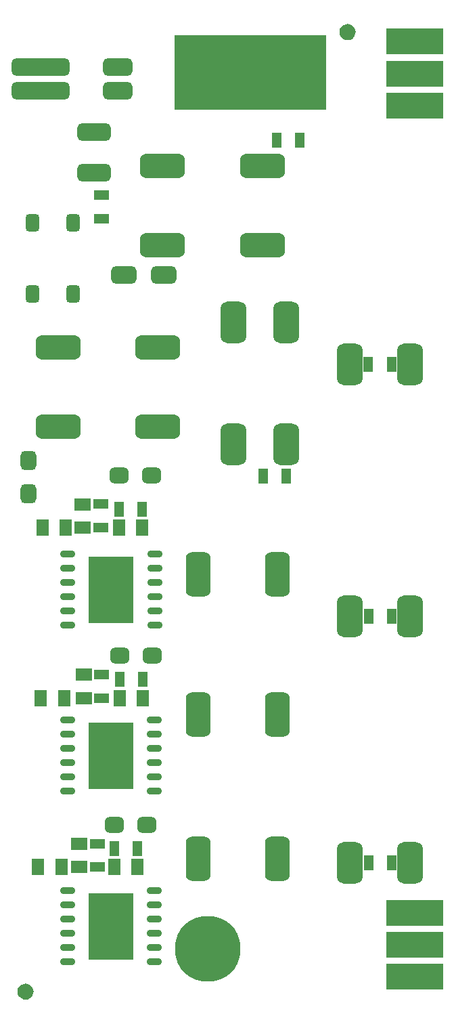
<source format=gts>
G04 Layer_Color=8388736*
%FSLAX24Y24*%
%MOIN*%
G70*
G01*
G75*
%ADD41R,0.7490X0.3671*%
G04:AMPARAMS|DCode=42|XSize=88mil|YSize=68mil|CornerRadius=19mil|HoleSize=0mil|Usage=FLASHONLY|Rotation=90.000|XOffset=0mil|YOffset=0mil|HoleType=Round|Shape=RoundedRectangle|*
%AMROUNDEDRECTD42*
21,1,0.0880,0.0300,0,0,90.0*
21,1,0.0500,0.0680,0,0,90.0*
1,1,0.0380,0.0150,0.0250*
1,1,0.0380,0.0150,-0.0250*
1,1,0.0380,-0.0150,-0.0250*
1,1,0.0380,-0.0150,0.0250*
%
%ADD42ROUNDEDRECTD42*%
%ADD43R,0.0631X0.0789*%
%ADD44R,0.0789X0.0631*%
G04:AMPARAMS|DCode=45|XSize=204.9mil|YSize=126.1mil|CornerRadius=33.5mil|HoleSize=0mil|Usage=FLASHONLY|Rotation=270.000|XOffset=0mil|YOffset=0mil|HoleType=Round|Shape=RoundedRectangle|*
%AMROUNDEDRECTD45*
21,1,0.2049,0.0591,0,0,270.0*
21,1,0.1378,0.1261,0,0,270.0*
1,1,0.0671,-0.0295,-0.0689*
1,1,0.0671,-0.0295,0.0689*
1,1,0.0671,0.0295,0.0689*
1,1,0.0671,0.0295,-0.0689*
%
%ADD45ROUNDEDRECTD45*%
%ADD46O,0.0749X0.0360*%
%ADD47R,0.2249X0.3289*%
G04:AMPARAMS|DCode=48|XSize=86.7mil|YSize=165.5mil|CornerRadius=23.7mil|HoleSize=0mil|Usage=FLASHONLY|Rotation=90.000|XOffset=0mil|YOffset=0mil|HoleType=Round|Shape=RoundedRectangle|*
%AMROUNDEDRECTD48*
21,1,0.0867,0.1181,0,0,90.0*
21,1,0.0394,0.1655,0,0,90.0*
1,1,0.0474,0.0591,0.0197*
1,1,0.0474,0.0591,-0.0197*
1,1,0.0474,-0.0591,-0.0197*
1,1,0.0474,-0.0591,0.0197*
%
%ADD48ROUNDEDRECTD48*%
G04:AMPARAMS|DCode=49|XSize=220.6mil|YSize=122.2mil|CornerRadius=32.5mil|HoleSize=0mil|Usage=FLASHONLY|Rotation=270.000|XOffset=0mil|YOffset=0mil|HoleType=Round|Shape=RoundedRectangle|*
%AMROUNDEDRECTD49*
21,1,0.2206,0.0571,0,0,270.0*
21,1,0.1555,0.1222,0,0,270.0*
1,1,0.0651,-0.0285,-0.0778*
1,1,0.0651,-0.0285,0.0778*
1,1,0.0651,0.0285,0.0778*
1,1,0.0651,0.0285,-0.0778*
%
%ADD49ROUNDEDRECTD49*%
G04:AMPARAMS|DCode=50|XSize=220.6mil|YSize=122.2mil|CornerRadius=32.5mil|HoleSize=0mil|Usage=FLASHONLY|Rotation=180.000|XOffset=0mil|YOffset=0mil|HoleType=Round|Shape=RoundedRectangle|*
%AMROUNDEDRECTD50*
21,1,0.2206,0.0571,0,0,180.0*
21,1,0.1555,0.1222,0,0,180.0*
1,1,0.0651,-0.0778,0.0285*
1,1,0.0651,0.0778,0.0285*
1,1,0.0651,0.0778,-0.0285*
1,1,0.0651,-0.0778,-0.0285*
%
%ADD50ROUNDEDRECTD50*%
%ADD51R,0.0769X0.0493*%
%ADD52R,0.0493X0.0769*%
G04:AMPARAMS|DCode=53|XSize=86.7mil|YSize=126.1mil|CornerRadius=23.7mil|HoleSize=0mil|Usage=FLASHONLY|Rotation=90.000|XOffset=0mil|YOffset=0mil|HoleType=Round|Shape=RoundedRectangle|*
%AMROUNDEDRECTD53*
21,1,0.0867,0.0787,0,0,90.0*
21,1,0.0394,0.1261,0,0,90.0*
1,1,0.0474,0.0394,0.0197*
1,1,0.0474,0.0394,-0.0197*
1,1,0.0474,-0.0394,-0.0197*
1,1,0.0474,-0.0394,0.0197*
%
%ADD53ROUNDEDRECTD53*%
G04:AMPARAMS|DCode=54|XSize=94.6mil|YSize=76.9mil|CornerRadius=21.2mil|HoleSize=0mil|Usage=FLASHONLY|Rotation=180.000|XOffset=0mil|YOffset=0mil|HoleType=Round|Shape=RoundedRectangle|*
%AMROUNDEDRECTD54*
21,1,0.0946,0.0344,0,0,180.0*
21,1,0.0522,0.0769,0,0,180.0*
1,1,0.0424,-0.0261,0.0172*
1,1,0.0424,0.0261,0.0172*
1,1,0.0424,0.0261,-0.0172*
1,1,0.0424,-0.0261,-0.0172*
%
%ADD54ROUNDEDRECTD54*%
G04:AMPARAMS|DCode=55|XSize=94.6mil|YSize=76.9mil|CornerRadius=21.2mil|HoleSize=0mil|Usage=FLASHONLY|Rotation=270.000|XOffset=0mil|YOffset=0mil|HoleType=Round|Shape=RoundedRectangle|*
%AMROUNDEDRECTD55*
21,1,0.0946,0.0344,0,0,270.0*
21,1,0.0522,0.0769,0,0,270.0*
1,1,0.0424,-0.0172,-0.0261*
1,1,0.0424,-0.0172,0.0261*
1,1,0.0424,0.0172,0.0261*
1,1,0.0424,0.0172,-0.0261*
%
%ADD55ROUNDEDRECTD55*%
%ADD56R,0.2836X0.1261*%
G04:AMPARAMS|DCode=57|XSize=145.8mil|YSize=86.7mil|CornerRadius=23.7mil|HoleSize=0mil|Usage=FLASHONLY|Rotation=0.000|XOffset=0mil|YOffset=0mil|HoleType=Round|Shape=RoundedRectangle|*
%AMROUNDEDRECTD57*
21,1,0.1458,0.0394,0,0,0.0*
21,1,0.0984,0.0867,0,0,0.0*
1,1,0.0474,0.0492,-0.0197*
1,1,0.0474,-0.0492,-0.0197*
1,1,0.0474,-0.0492,0.0197*
1,1,0.0474,0.0492,0.0197*
%
%ADD57ROUNDEDRECTD57*%
G04:AMPARAMS|DCode=58|XSize=287.5mil|YSize=86.7mil|CornerRadius=23.7mil|HoleSize=0mil|Usage=FLASHONLY|Rotation=0.000|XOffset=0mil|YOffset=0mil|HoleType=Round|Shape=RoundedRectangle|*
%AMROUNDEDRECTD58*
21,1,0.2875,0.0394,0,0,0.0*
21,1,0.2402,0.0867,0,0,0.0*
1,1,0.0474,0.1201,-0.0197*
1,1,0.0474,-0.1201,-0.0197*
1,1,0.0474,-0.1201,0.0197*
1,1,0.0474,0.1201,0.0197*
%
%ADD58ROUNDEDRECTD58*%
G04:AMPARAMS|DCode=59|XSize=126.1mil|YSize=204.9mil|CornerRadius=33.5mil|HoleSize=0mil|Usage=FLASHONLY|Rotation=0.000|XOffset=0mil|YOffset=0mil|HoleType=Round|Shape=RoundedRectangle|*
%AMROUNDEDRECTD59*
21,1,0.1261,0.1378,0,0,0.0*
21,1,0.0591,0.2049,0,0,0.0*
1,1,0.0671,0.0295,-0.0689*
1,1,0.0671,-0.0295,-0.0689*
1,1,0.0671,-0.0295,0.0689*
1,1,0.0671,0.0295,0.0689*
%
%ADD59ROUNDEDRECTD59*%
%ADD60C,0.3230*%
%ADD61R,0.3230X0.3230*%
G36*
X51048Y64075D02*
X51143Y64035D01*
X51226Y63972D01*
X51289Y63889D01*
X51328Y63794D01*
X51342Y63691D01*
X51328Y63588D01*
X51289Y63492D01*
X51226Y63410D01*
X51143Y63347D01*
X51048Y63307D01*
X50945Y63294D01*
X50842Y63307D01*
X50746Y63347D01*
X50664Y63410D01*
X50601Y63492D01*
X50561Y63588D01*
X50548Y63691D01*
X50561Y63794D01*
X50601Y63889D01*
X50664Y63972D01*
X50746Y64035D01*
X50842Y64075D01*
X50945Y64088D01*
X51048Y64075D01*
D02*
G37*
G36*
X35182Y16850D02*
X35277Y16810D01*
X35360Y16747D01*
X35423Y16665D01*
X35462Y16569D01*
X35476Y16467D01*
X35462Y16364D01*
X35423Y16268D01*
X35360Y16186D01*
X35277Y16123D01*
X35182Y16083D01*
X35079Y16069D01*
X34976Y16083D01*
X34880Y16123D01*
X34798Y16186D01*
X34735Y16268D01*
X34695Y16364D01*
X34682Y16467D01*
X34695Y16569D01*
X34735Y16665D01*
X34798Y16747D01*
X34880Y16810D01*
X34976Y16850D01*
X35079Y16864D01*
X35182Y16850D01*
D02*
G37*
D41*
X46157Y61718D02*
D03*
D42*
X37413Y50797D02*
D03*
Y54297D02*
D03*
X35413Y50797D02*
D03*
Y54297D02*
D03*
D43*
X35699Y22608D02*
D03*
X36841D02*
D03*
X35837Y30915D02*
D03*
X36978D02*
D03*
X40591Y22608D02*
D03*
X39449D02*
D03*
X40856Y30915D02*
D03*
X39715D02*
D03*
X35925Y39301D02*
D03*
X37067D02*
D03*
X40817Y39311D02*
D03*
X39675D02*
D03*
D44*
X37736Y22608D02*
D03*
Y23750D02*
D03*
X37943Y30915D02*
D03*
Y32057D02*
D03*
X37894Y39301D02*
D03*
Y40443D02*
D03*
D45*
X47933Y43417D02*
D03*
Y49417D02*
D03*
X45335Y43417D02*
D03*
Y49417D02*
D03*
D46*
X37146Y21437D02*
D03*
Y20736D02*
D03*
Y20035D02*
D03*
Y19335D02*
D03*
Y18634D02*
D03*
Y17933D02*
D03*
X41437Y21437D02*
D03*
Y20736D02*
D03*
Y20035D02*
D03*
Y19335D02*
D03*
Y18634D02*
D03*
Y17933D02*
D03*
X37146Y29843D02*
D03*
Y29142D02*
D03*
Y28441D02*
D03*
Y27740D02*
D03*
Y27039D02*
D03*
Y26339D02*
D03*
X41437Y29843D02*
D03*
Y29142D02*
D03*
Y28441D02*
D03*
Y27740D02*
D03*
Y27039D02*
D03*
Y26339D02*
D03*
X37156Y38002D02*
D03*
Y37301D02*
D03*
Y36600D02*
D03*
Y35900D02*
D03*
Y35199D02*
D03*
Y34498D02*
D03*
X41447Y38002D02*
D03*
Y37301D02*
D03*
Y36600D02*
D03*
Y35900D02*
D03*
Y35199D02*
D03*
Y34498D02*
D03*
D47*
X39291Y19675D02*
D03*
X39291Y28081D02*
D03*
X39301Y36240D02*
D03*
D48*
X38445Y58772D02*
D03*
Y56772D02*
D03*
D49*
X43593Y22992D02*
D03*
X47490D02*
D03*
X43593Y30098D02*
D03*
X47490D02*
D03*
X43593Y36998D02*
D03*
X47490D02*
D03*
D50*
X41831Y57106D02*
D03*
Y53209D02*
D03*
X41575Y48169D02*
D03*
Y44272D02*
D03*
X36693Y48169D02*
D03*
Y44272D02*
D03*
X46772Y57106D02*
D03*
Y53209D02*
D03*
D51*
X38612Y23750D02*
D03*
Y22608D02*
D03*
X38819Y32057D02*
D03*
Y30915D02*
D03*
X38799Y40453D02*
D03*
Y39311D02*
D03*
X38829Y54518D02*
D03*
Y55659D02*
D03*
D52*
X53120Y22785D02*
D03*
X51978D02*
D03*
X53120Y34951D02*
D03*
X51978D02*
D03*
X40591Y23504D02*
D03*
X39449D02*
D03*
X40856Y31841D02*
D03*
X39715D02*
D03*
X53110Y47343D02*
D03*
X51968D02*
D03*
X40817Y40207D02*
D03*
X39675D02*
D03*
X46791Y41850D02*
D03*
X47933D02*
D03*
X48583Y58356D02*
D03*
X47441D02*
D03*
D53*
X41880Y51732D02*
D03*
X39911D02*
D03*
D54*
X39449Y24675D02*
D03*
X41063D02*
D03*
X39724Y32992D02*
D03*
X41339D02*
D03*
X39675Y41870D02*
D03*
X41289D02*
D03*
D55*
X35217Y40984D02*
D03*
Y42598D02*
D03*
D56*
X54242Y20344D02*
D03*
Y18780D02*
D03*
Y60079D02*
D03*
Y61644D02*
D03*
Y17205D02*
D03*
Y63228D02*
D03*
D57*
X39626Y60797D02*
D03*
Y61978D02*
D03*
D58*
X35807Y60797D02*
D03*
Y61978D02*
D03*
D59*
X51073Y22785D02*
D03*
X54026D02*
D03*
X51073Y34951D02*
D03*
X54026D02*
D03*
X51073Y47343D02*
D03*
X54026D02*
D03*
D60*
X44043Y18584D02*
D03*
D61*
Y61497D02*
D03*
M02*

</source>
